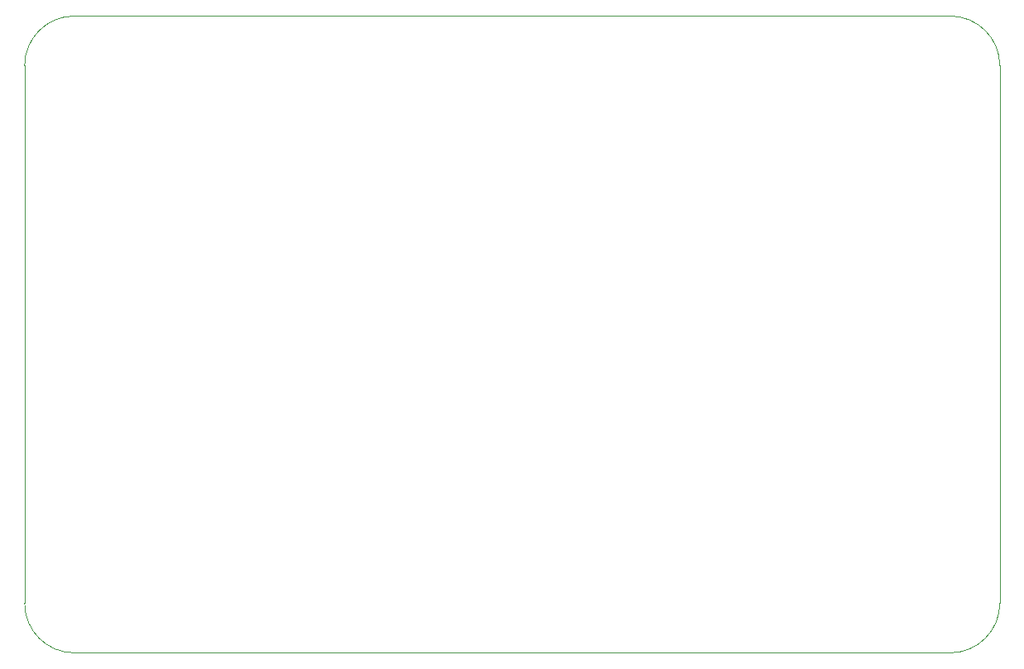
<source format=gbr>
%TF.GenerationSoftware,KiCad,Pcbnew,8.0.7*%
%TF.CreationDate,2025-01-22T16:07:48-05:00*%
%TF.ProjectId,companion,636f6d70-616e-4696-9f6e-2e6b69636164,rev?*%
%TF.SameCoordinates,Original*%
%TF.FileFunction,Profile,NP*%
%FSLAX46Y46*%
G04 Gerber Fmt 4.6, Leading zero omitted, Abs format (unit mm)*
G04 Created by KiCad (PCBNEW 8.0.7) date 2025-01-22 16:07:48*
%MOMM*%
%LPD*%
G01*
G04 APERTURE LIST*
%TA.AperFunction,Profile*%
%ADD10C,0.050000*%
%TD*%
G04 APERTURE END LIST*
D10*
X196215000Y-107569000D02*
X106553000Y-107569000D01*
X196215000Y-42291000D02*
G75*
G02*
X201295000Y-47371000I0J-5080000D01*
G01*
X201295000Y-102489000D02*
X201295000Y-47371000D01*
X106553000Y-107569000D02*
G75*
G02*
X101473000Y-102489000I0J5080000D01*
G01*
X201295000Y-102489000D02*
G75*
G02*
X196215000Y-107569000I-5080000J0D01*
G01*
X196215000Y-42291000D02*
X106553000Y-42291000D01*
X101473000Y-47371000D02*
X101473000Y-102489000D01*
X101473000Y-47371000D02*
G75*
G02*
X106553000Y-42291000I5080000J0D01*
G01*
M02*

</source>
